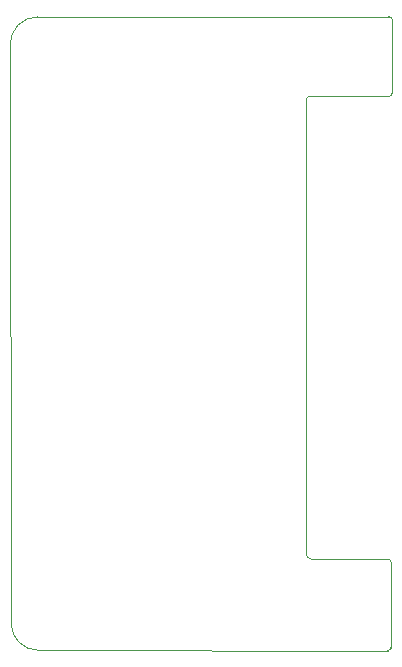
<source format=gm1>
%TF.GenerationSoftware,KiCad,Pcbnew,(6.0.0)*%
%TF.CreationDate,2023-05-28T15:04:35-04:00*%
%TF.ProjectId,Breadboard Power Supply,42726561-6462-46f6-9172-6420506f7765,2.0*%
%TF.SameCoordinates,Original*%
%TF.FileFunction,Profile,NP*%
%FSLAX46Y46*%
G04 Gerber Fmt 4.6, Leading zero omitted, Abs format (unit mm)*
G04 Created by KiCad (PCBNEW (6.0.0)) date 2023-05-28 15:04:35*
%MOMM*%
%LPD*%
G01*
G04 APERTURE LIST*
%TA.AperFunction,Profile*%
%ADD10C,0.100000*%
%TD*%
G04 APERTURE END LIST*
D10*
X138252200Y-60452000D02*
G75*
G03*
X137947400Y-60147200I-304800J0D01*
G01*
X137922000Y-66903600D02*
G75*
G03*
X138252200Y-66573400I0J330200D01*
G01*
X131267200Y-66903600D02*
G75*
G03*
X130937000Y-67233800I0J-330200D01*
G01*
X130937000Y-105638600D02*
G75*
G03*
X131368800Y-106070400I431800J0D01*
G01*
X138125200Y-106349800D02*
G75*
G03*
X137845800Y-106070400I-279400J0D01*
G01*
X137871200Y-113817400D02*
G75*
G03*
X138125200Y-113563400I0J254000D01*
G01*
X105969951Y-111578535D02*
G75*
G03*
X108254800Y-113792000I2284849J72535D01*
G01*
X108204000Y-60172460D02*
G75*
G03*
X105892601Y-62509400I0J-2311539D01*
G01*
X105892601Y-62509400D02*
X105969951Y-111578535D01*
X138252200Y-66573400D02*
X138252200Y-60452000D01*
X131267200Y-66903600D02*
X137922000Y-66903600D01*
X130937000Y-105638600D02*
X130937000Y-67233800D01*
X137845800Y-106070400D02*
X131368800Y-106070400D01*
X138125200Y-113563400D02*
X138125200Y-106349800D01*
X108254800Y-113792000D02*
X137871200Y-113817400D01*
X137947400Y-60147200D02*
X108204000Y-60172461D01*
M02*

</source>
